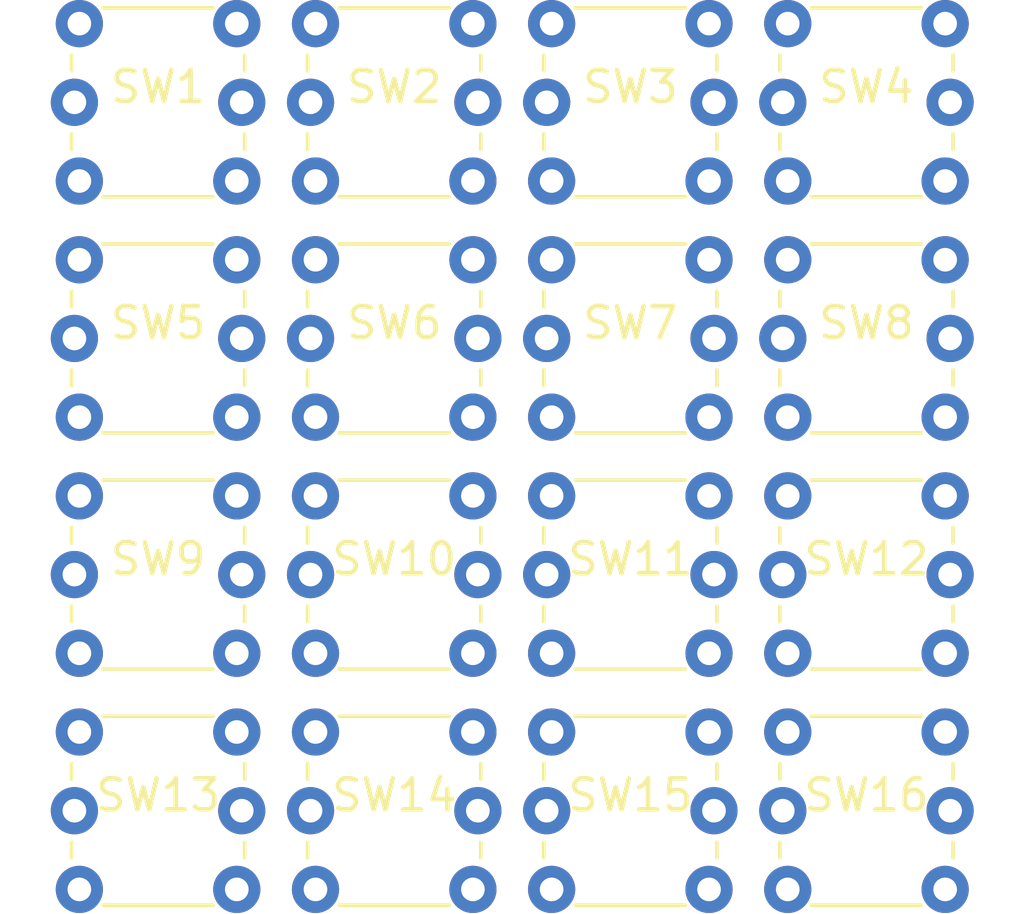
<source format=kicad_pcb>
(kicad_pcb (version 20211014) (generator pcbnew)
  (layers (0 "F.Cu" signal) (31 "B.Cu" signal) (34 "B.Paste" user) (35 "F.Paste" user) (36 "B.SilkS" user "B.Silkscreen") (37 "F.SilkS" user "F.Silkscreen") (38 "B.Mask" user) (39 "F.Mask" user) (44 "Edge.Cuts" user))
  (net 0 "")
  (footprint "Pale Slim Ghost:PB01-109TL" (layer "F.Cu") (at 121.92 55.88)
    (fp_text reference "SW7" (at 0 -0.5 unlocked) (layer "F.SilkS"))
    (fp_text value "SW_Push_LED")
    (fp_line (start -2.794 1.016) (end -2.794 1.524) (layer "F.SilkS") (width 0.12))
    (fp_line (start -1.778 -3.048) (end 1.778 -3.048) (layer "F.SilkS") (width 0.12))
    (fp_line (start 2.794 1.016) (end 2.794 1.524) (layer "F.SilkS") (width 0.12))
    (fp_line (start -2.794 -1.524) (end -2.794 -1.016) (layer "F.SilkS") (width 0.12))
    (fp_line (start -1.778 3.048) (end 1.778 3.048) (layer "F.SilkS") (width 0.12))
    (fp_line (start 2.794 -1.524) (end 2.794 -1.016) (layer "F.SilkS") (width 0.12))
    (pad "1" thru_hole circle (at 2.54 -2.54) (size 1.524 1.524) (drill 0.762) (layers *.Cu *.Mask))
    (pad "1" thru_hole circle (at -2.54 -2.54) (size 1.524 1.524) (drill 0.762) (layers *.Cu *.Mask))
    (pad "2" thru_hole circle (at 2.54 2.54) (size 1.524 1.524) (drill 0.762) (layers *.Cu *.Mask))
    (pad "2" thru_hole circle (at -2.54 2.54) (size 1.524 1.524) (drill 0.762) (layers *.Cu *.Mask))
    (pad "L1" thru_hole circle (at -2.7 0) (size 1.524 1.524) (drill 0.762) (layers *.Cu *.Mask))
    (pad "L2" thru_hole circle (at 2.7 0) (size 1.524 1.524) (drill 0.762) (layers *.Cu *.Mask))
  )
  (footprint "Pale Slim Ghost:PB01-109TL" (layer "F.Cu") (at 129.54 48.26)
    (fp_text reference "SW4" (at 0 -0.5 unlocked) (layer "F.SilkS"))
    (fp_text value "SW_Push_LED")
    (fp_line (start -1.778 -3.048) (end 1.778 -3.048) (layer "F.SilkS") (width 0.12))
    (fp_line (start -1.778 3.048) (end 1.778 3.048) (layer "F.SilkS") (width 0.12))
    (fp_line (start 2.794 -1.524) (end 2.794 -1.016) (layer "F.SilkS") (width 0.12))
    (fp_line (start -2.794 -1.524) (end -2.794 -1.016) (layer "F.SilkS") (width 0.12))
    (fp_line (start -2.794 1.016) (end -2.794 1.524) (layer "F.SilkS") (width 0.12))
    (fp_line (start 2.794 1.016) (end 2.794 1.524) (layer "F.SilkS") (width 0.12))
    (pad "1" thru_hole circle (at 2.54 -2.54) (size 1.524 1.524) (drill 0.762) (layers *.Cu *.Mask))
    (pad "1" thru_hole circle (at -2.54 -2.54) (size 1.524 1.524) (drill 0.762) (layers *.Cu *.Mask))
    (pad "2" thru_hole circle (at -2.54 2.54) (size 1.524 1.524) (drill 0.762) (layers *.Cu *.Mask))
    (pad "2" thru_hole circle (at 2.54 2.54) (size 1.524 1.524) (drill 0.762) (layers *.Cu *.Mask))
    (pad "L1" thru_hole circle (at -2.7 0) (size 1.524 1.524) (drill 0.762) (layers *.Cu *.Mask))
    (pad "L2" thru_hole circle (at 2.7 0) (size 1.524 1.524) (drill 0.762) (layers *.Cu *.Mask))
  )
  (footprint "Pale Slim Ghost:PB01-109TL" (layer "F.Cu") (at 114.3 48.26)
    (fp_text reference "SW2" (at 0 -0.5 unlocked) (layer "F.SilkS"))
    (fp_text value "SW_Push_LED")
    (fp_line (start 2.794 1.016) (end 2.794 1.524) (layer "F.SilkS") (width 0.12))
    (fp_line (start -1.778 -3.048) (end 1.778 -3.048) (layer "F.SilkS") (width 0.12))
    (fp_line (start -1.778 3.048) (end 1.778 3.048) (layer "F.SilkS") (width 0.12))
    (fp_line (start -2.794 -1.524) (end -2.794 -1.016) (layer "F.SilkS") (width 0.12))
    (fp_line (start -2.794 1.016) (end -2.794 1.524) (layer "F.SilkS") (width 0.12))
    (fp_line (start 2.794 -1.524) (end 2.794 -1.016) (layer "F.SilkS") (width 0.12))
    (pad "1" thru_hole circle (at -2.54 -2.54) (size 1.524 1.524) (drill 0.762) (layers *.Cu *.Mask))
    (pad "1" thru_hole circle (at 2.54 -2.54) (size 1.524 1.524) (drill 0.762) (layers *.Cu *.Mask))
    (pad "2" thru_hole circle (at 2.54 2.54) (size 1.524 1.524) (drill 0.762) (layers *.Cu *.Mask))
    (pad "2" thru_hole circle (at -2.54 2.54) (size 1.524 1.524) (drill 0.762) (layers *.Cu *.Mask))
    (pad "L1" thru_hole circle (at -2.7 0) (size 1.524 1.524) (drill 0.762) (layers *.Cu *.Mask))
    (pad "L2" thru_hole circle (at 2.7 0) (size 1.524 1.524) (drill 0.762) (layers *.Cu *.Mask))
  )
  (footprint "Pale Slim Ghost:PB01-109TL" (layer "F.Cu") (at 129.54 55.88)
    (fp_text reference "SW8" (at 0 -0.5 unlocked) (layer "F.SilkS"))
    (fp_text value "SW_Push_LED")
    (fp_line (start 2.794 -1.524) (end 2.794 -1.016) (layer "F.SilkS") (width 0.12))
    (fp_line (start -1.778 -3.048) (end 1.778 -3.048) (layer "F.SilkS") (width 0.12))
    (fp_line (start 2.794 1.016) (end 2.794 1.524) (layer "F.SilkS") (width 0.12))
    (fp_line (start -1.778 3.048) (end 1.778 3.048) (layer "F.SilkS") (width 0.12))
    (fp_line (start -2.794 -1.524) (end -2.794 -1.016) (layer "F.SilkS") (width 0.12))
    (fp_line (start -2.794 1.016) (end -2.794 1.524) (layer "F.SilkS") (width 0.12))
    (pad "1" thru_hole circle (at -2.54 -2.54) (size 1.524 1.524) (drill 0.762) (layers *.Cu *.Mask))
    (pad "1" thru_hole circle (at 2.54 -2.54) (size 1.524 1.524) (drill 0.762) (layers *.Cu *.Mask))
    (pad "2" thru_hole circle (at 2.54 2.54) (size 1.524 1.524) (drill 0.762) (layers *.Cu *.Mask))
    (pad "2" thru_hole circle (at -2.54 2.54) (size 1.524 1.524) (drill 0.762) (layers *.Cu *.Mask))
    (pad "L1" thru_hole circle (at -2.7 0) (size 1.524 1.524) (drill 0.762) (layers *.Cu *.Mask))
    (pad "L2" thru_hole circle (at 2.7 0) (size 1.524 1.524) (drill 0.762) (layers *.Cu *.Mask))
  )
  (footprint "Pale Slim Ghost:PB01-109TL" (layer "F.Cu") (at 114.3 55.88)
    (fp_text reference "SW6" (at 0 -0.5 unlocked) (layer "F.SilkS"))
    (fp_text value "SW_Push_LED")
    (fp_line (start 2.794 -1.524) (end 2.794 -1.016) (layer "F.SilkS") (width 0.12))
    (fp_line (start -1.778 3.048) (end 1.778 3.048) (layer "F.SilkS") (width 0.12))
    (fp_line (start -1.778 -3.048) (end 1.778 -3.048) (layer "F.SilkS") (width 0.12))
    (fp_line (start 2.794 1.016) (end 2.794 1.524) (layer "F.SilkS") (width 0.12))
    (fp_line (start -2.794 -1.524) (end -2.794 -1.016) (layer "F.SilkS") (width 0.12))
    (fp_line (start -2.794 1.016) (end -2.794 1.524) (layer "F.SilkS") (width 0.12))
    (pad "1" thru_hole circle (at -2.54 -2.54) (size 1.524 1.524) (drill 0.762) (layers *.Cu *.Mask))
    (pad "1" thru_hole circle (at 2.54 -2.54) (size 1.524 1.524) (drill 0.762) (layers *.Cu *.Mask))
    (pad "2" thru_hole circle (at 2.54 2.54) (size 1.524 1.524) (drill 0.762) (layers *.Cu *.Mask))
    (pad "2" thru_hole circle (at -2.54 2.54) (size 1.524 1.524) (drill 0.762) (layers *.Cu *.Mask))
    (pad "L1" thru_hole circle (at -2.7 0) (size 1.524 1.524) (drill 0.762) (layers *.Cu *.Mask))
    (pad "L2" thru_hole circle (at 2.7 0) (size 1.524 1.524) (drill 0.762) (layers *.Cu *.Mask))
  )
  (footprint "Pale Slim Ghost:PB01-109TL" (layer "F.Cu") (at 106.68 71.12)
    (fp_text reference "SW13" (at 0 -0.5 unlocked) (layer "F.SilkS"))
    (fp_text value "SW_Push_LED")
    (fp_line (start 2.794 -1.524) (end 2.794 -1.016) (layer "F.SilkS") (width 0.12))
    (fp_line (start -2.794 1.016) (end -2.794 1.524) (layer "F.SilkS") (width 0.12))
    (fp_line (start 2.794 1.016) (end 2.794 1.524) (layer "F.SilkS") (width 0.12))
    (fp_line (start -2.794 -1.524) (end -2.794 -1.016) (layer "F.SilkS") (width 0.12))
    (fp_line (start -1.778 -3.048) (end 1.778 -3.048) (layer "F.SilkS") (width 0.12))
    (fp_line (start -1.778 3.048) (end 1.778 3.048) (layer "F.SilkS") (width 0.12))
    (pad "1" thru_hole circle (at 2.54 -2.54) (size 1.524 1.524) (drill 0.762) (layers *.Cu *.Mask))
    (pad "1" thru_hole circle (at -2.54 -2.54) (size 1.524 1.524) (drill 0.762) (layers *.Cu *.Mask))
    (pad "2" thru_hole circle (at 2.54 2.54) (size 1.524 1.524) (drill 0.762) (layers *.Cu *.Mask))
    (pad "2" thru_hole circle (at -2.54 2.54) (size 1.524 1.524) (drill 0.762) (layers *.Cu *.Mask))
    (pad "L1" thru_hole circle (at -2.7 0) (size 1.524 1.524) (drill 0.762) (layers *.Cu *.Mask))
    (pad "L2" thru_hole circle (at 2.7 0) (size 1.524 1.524) (drill 0.762) (layers *.Cu *.Mask))
  )
  (footprint "Pale Slim Ghost:PB01-109TL" (layer "F.Cu") (at 106.68 55.88)
    (fp_text reference "SW5" (at 0 -0.5 unlocked) (layer "F.SilkS"))
    (fp_text value "SW_Push_LED")
    (fp_line (start -2.794 1.016) (end -2.794 1.524) (layer "F.SilkS") (width 0.12))
    (fp_line (start 2.794 1.016) (end 2.794 1.524) (layer "F.SilkS") (width 0.12))
    (fp_line (start -2.794 -1.524) (end -2.794 -1.016) (layer "F.SilkS") (width 0.12))
    (fp_line (start -1.778 -3.048) (end 1.778 -3.048) (layer "F.SilkS") (width 0.12))
    (fp_line (start -1.778 3.048) (end 1.778 3.048) (layer "F.SilkS") (width 0.12))
    (fp_line (start 2.794 -1.524) (end 2.794 -1.016) (layer "F.SilkS") (width 0.12))
    (pad "1" thru_hole circle (at -2.54 -2.54) (size 1.524 1.524) (drill 0.762) (layers *.Cu *.Mask))
    (pad "1" thru_hole circle (at 2.54 -2.54) (size 1.524 1.524) (drill 0.762) (layers *.Cu *.Mask))
    (pad "2" thru_hole circle (at 2.54 2.54) (size 1.524 1.524) (drill 0.762) (layers *.Cu *.Mask))
    (pad "2" thru_hole circle (at -2.54 2.54) (size 1.524 1.524) (drill 0.762) (layers *.Cu *.Mask))
    (pad "L1" thru_hole circle (at -2.7 0) (size 1.524 1.524) (drill 0.762) (layers *.Cu *.Mask))
    (pad "L2" thru_hole circle (at 2.7 0) (size 1.524 1.524) (drill 0.762) (layers *.Cu *.Mask))
  )
  (footprint "Pale Slim Ghost:PB01-109TL" (layer "F.Cu") (at 129.54 71.12)
    (fp_text reference "SW16" (at 0 -0.5 unlocked) (layer "F.SilkS"))
    (fp_text value "SW_Push_LED")
    (fp_line (start -2.794 1.016) (end -2.794 1.524) (layer "F.SilkS") (width 0.12))
    (fp_line (start 2.794 1.016) (end 2.794 1.524) (layer "F.SilkS") (width 0.12))
    (fp_line (start 2.794 -1.524) (end 2.794 -1.016) (layer "F.SilkS") (width 0.12))
    (fp_line (start -1.778 -3.048) (end 1.778 -3.048) (layer "F.SilkS") (width 0.12))
    (fp_line (start -1.778 3.048) (end 1.778 3.048) (layer "F.SilkS") (width 0.12))
    (fp_line (start -2.794 -1.524) (end -2.794 -1.016) (layer "F.SilkS") (width 0.12))
    (pad "1" thru_hole circle (at -2.54 -2.54) (size 1.524 1.524) (drill 0.762) (layers *.Cu *.Mask))
    (pad "1" thru_hole circle (at 2.54 -2.54) (size 1.524 1.524) (drill 0.762) (layers *.Cu *.Mask))
    (pad "2" thru_hole circle (at 2.54 2.54) (size 1.524 1.524) (drill 0.762) (layers *.Cu *.Mask))
    (pad "2" thru_hole circle (at -2.54 2.54) (size 1.524 1.524) (drill 0.762) (layers *.Cu *.Mask))
    (pad "L1" thru_hole circle (at -2.7 0) (size 1.524 1.524) (drill 0.762) (layers *.Cu *.Mask))
    (pad "L2" thru_hole circle (at 2.7 0) (size 1.524 1.524) (drill 0.762) (layers *.Cu *.Mask))
  )
  (footprint "Pale Slim Ghost:PB01-109TL" (layer "F.Cu") (at 114.3 71.12)
    (fp_text reference "SW14" (at 0 -0.5 unlocked) (layer "F.SilkS"))
    (fp_text value "SW_Push_LED")
    (fp_line (start 2.794 -1.524) (end 2.794 -1.016) (layer "F.SilkS") (width 0.12))
    (fp_line (start -2.794 -1.524) (end -2.794 -1.016) (layer "F.SilkS") (width 0.12))
    (fp_line (start -1.778 -3.048) (end 1.778 -3.048) (layer "F.SilkS") (width 0.12))
    (fp_line (start -1.778 3.048) (end 1.778 3.048) (layer "F.SilkS") (width 0.12))
    (fp_line (start 2.794 1.016) (end 2.794 1.524) (layer "F.SilkS") (width 0.12))
    (fp_line (start -2.794 1.016) (end -2.794 1.524) (layer "F.SilkS") (width 0.12))
    (pad "1" thru_hole circle (at 2.54 -2.54) (size 1.524 1.524) (drill 0.762) (layers *.Cu *.Mask))
    (pad "1" thru_hole circle (at -2.54 -2.54) (size 1.524 1.524) (drill 0.762) (layers *.Cu *.Mask))
    (pad "2" thru_hole circle (at 2.54 2.54) (size 1.524 1.524) (drill 0.762) (layers *.Cu *.Mask))
    (pad "2" thru_hole circle (at -2.54 2.54) (size 1.524 1.524) (drill 0.762) (layers *.Cu *.Mask))
    (pad "L1" thru_hole circle (at -2.7 0) (size 1.524 1.524) (drill 0.762) (layers *.Cu *.Mask))
    (pad "L2" thru_hole circle (at 2.7 0) (size 1.524 1.524) (drill 0.762) (layers *.Cu *.Mask))
  )
  (footprint "Pale Slim Ghost:PB01-109TL" (layer "F.Cu") (at 106.68 63.5)
    (fp_text reference "SW9" (at 0 -0.5 unlocked) (layer "F.SilkS"))
    (fp_text value "SW_Push_LED")
    (fp_line (start -1.778 -3.048) (end 1.778 -3.048) (layer "F.SilkS") (width 0.12))
    (fp_line (start 2.794 1.016) (end 2.794 1.524) (layer "F.SilkS") (width 0.12))
    (fp_line (start -2.794 1.016) (end -2.794 1.524) (layer "F.SilkS") (width 0.12))
    (fp_line (start -1.778 3.048) (end 1.778 3.048) (layer "F.SilkS") (width 0.12))
    (fp_line (start -2.794 -1.524) (end -2.794 -1.016) (layer "F.SilkS") (width 0.12))
    (fp_line (start 2.794 -1.524) (end 2.794 -1.016) (layer "F.SilkS") (width 0.12))
    (pad "1" thru_hole circle (at -2.54 -2.54) (size 1.524 1.524) (drill 0.762) (layers *.Cu *.Mask))
    (pad "1" thru_hole circle (at 2.54 -2.54) (size 1.524 1.524) (drill 0.762) (layers *.Cu *.Mask))
    (pad "2" thru_hole circle (at 2.54 2.54) (size 1.524 1.524) (drill 0.762) (layers *.Cu *.Mask))
    (pad "2" thru_hole circle (at -2.54 2.54) (size 1.524 1.524) (drill 0.762) (layers *.Cu *.Mask))
    (pad "L1" thru_hole circle (at -2.7 0) (size 1.524 1.524) (drill 0.762) (layers *.Cu *.Mask))
    (pad "L2" thru_hole circle (at 2.7 0) (size 1.524 1.524) (drill 0.762) (layers *.Cu *.Mask))
  )
  (footprint "Pale Slim Ghost:PB01-109TL" (layer "F.Cu") (at 114.3 63.5)
    (fp_text reference "SW10" (at 0 -0.5 unlocked) (layer "F.SilkS"))
    (fp_text value "SW_Push_LED")
    (fp_line (start 2.794 -1.524) (end 2.794 -1.016) (layer "F.SilkS") (width 0.12))
    (fp_line (start -2.794 1.016) (end -2.794 1.524) (layer "F.SilkS") (width 0.12))
    (fp_line (start -2.794 -1.524) (end -2.794 -1.016) (layer "F.SilkS") (width 0.12))
    (fp_line (start 2.794 1.016) (end 2.794 1.524) (layer "F.SilkS") (width 0.12))
    (fp_line (start -1.778 -3.048) (end 1.778 -3.048) (layer "F.SilkS") (width 0.12))
    (fp_line (start -1.778 3.048) (end 1.778 3.048) (layer "F.SilkS") (width 0.12))
    (pad "1" thru_hole circle (at 2.54 -2.54) (size 1.524 1.524) (drill 0.762) (layers *.Cu *.Mask))
    (pad "1" thru_hole circle (at -2.54 -2.54) (size 1.524 1.524) (drill 0.762) (layers *.Cu *.Mask))
    (pad "2" thru_hole circle (at 2.54 2.54) (size 1.524 1.524) (drill 0.762) (layers *.Cu *.Mask))
    (pad "2" thru_hole circle (at -2.54 2.54) (size 1.524 1.524) (drill 0.762) (layers *.Cu *.Mask))
    (pad "L1" thru_hole circle (at -2.7 0) (size 1.524 1.524) (drill 0.762) (layers *.Cu *.Mask))
    (pad "L2" thru_hole circle (at 2.7 0) (size 1.524 1.524) (drill 0.762) (layers *.Cu *.Mask))
  )
  (footprint "Pale Slim Ghost:PB01-109TL" (layer "F.Cu") (at 121.92 71.12)
    (fp_text reference "SW15" (at 0 -0.5 unlocked) (layer "F.SilkS"))
    (fp_text value "SW_Push_LED")
    (fp_line (start 2.794 1.016) (end 2.794 1.524) (layer "F.SilkS") (width 0.12))
    (fp_line (start -2.794 -1.524) (end -2.794 -1.016) (layer "F.SilkS") (width 0.12))
    (fp_line (start 2.794 -1.524) (end 2.794 -1.016) (layer "F.SilkS") (width 0.12))
    (fp_line (start -1.778 3.048) (end 1.778 3.048) (layer "F.SilkS") (width 0.12))
    (fp_line (start -1.778 -3.048) (end 1.778 -3.048) (layer "F.SilkS") (width 0.12))
    (fp_line (start -2.794 1.016) (end -2.794 1.524) (layer "F.SilkS") (width 0.12))
    (pad "1" thru_hole circle (at 2.54 -2.54) (size 1.524 1.524) (drill 0.762) (layers *.Cu *.Mask))
    (pad "1" thru_hole circle (at -2.54 -2.54) (size 1.524 1.524) (drill 0.762) (layers *.Cu *.Mask))
    (pad "2" thru_hole circle (at 2.54 2.54) (size 1.524 1.524) (drill 0.762) (layers *.Cu *.Mask))
    (pad "2" thru_hole circle (at -2.54 2.54) (size 1.524 1.524) (drill 0.762) (layers *.Cu *.Mask))
    (pad "L1" thru_hole circle (at -2.7 0) (size 1.524 1.524) (drill 0.762) (layers *.Cu *.Mask))
    (pad "L2" thru_hole circle (at 2.7 0) (size 1.524 1.524) (drill 0.762) (layers *.Cu *.Mask))
  )
  (footprint "Pale Slim Ghost:PB01-109TL" (layer "F.Cu") (at 129.54 63.5)
    (fp_text reference "SW12" (at 0 -0.5 unlocked) (layer "F.SilkS"))
    (fp_text value "SW_Push_LED")
    (fp_line (start -2.794 1.016) (end -2.794 1.524) (layer "F.SilkS") (width 0.12))
    (fp_line (start -1.778 3.048) (end 1.778 3.048) (layer "F.SilkS") (width 0.12))
    (fp_line (start 2.794 -1.524) (end 2.794 -1.016) (layer "F.SilkS") (width 0.12))
    (fp_line (start 2.794 1.016) (end 2.794 1.524) (layer "F.SilkS") (width 0.12))
    (fp_line (start -1.778 -3.048) (end 1.778 -3.048) (layer "F.SilkS") (width 0.12))
    (fp_line (start -2.794 -1.524) (end -2.794 -1.016) (layer "F.SilkS") (width 0.12))
    (pad "1" thru_hole circle (at 2.54 -2.54) (size 1.524 1.524) (drill 0.762) (layers *.Cu *.Mask))
    (pad "1" thru_hole circle (at -2.54 -2.54) (size 1.524 1.524) (drill 0.762) (layers *.Cu *.Mask))
    (pad "2" thru_hole circle (at -2.54 2.54) (size 1.524 1.524) (drill 0.762) (layers *.Cu *.Mask))
    (pad "2" thru_hole circle (at 2.54 2.54) (size 1.524 1.524) (drill 0.762) (layers *.Cu *.Mask))
    (pad "L1" thru_hole circle (at -2.7 0) (size 1.524 1.524) (drill 0.762) (layers *.Cu *.Mask))
    (pad "L2" thru_hole circle (at 2.7 0) (size 1.524 1.524) (drill 0.762) (layers *.Cu *.Mask))
  )
  (footprint "Pale Slim Ghost:PB01-109TL" (layer "F.Cu") (at 121.92 48.26)
    (fp_text reference "SW3" (at 0 -0.5 unlocked) (layer "F.SilkS"))
    (fp_text value "SW_Push_LED")
    (fp_line (start -1.778 3.048) (end 1.778 3.048) (layer "F.SilkS") (width 0.12))
    (fp_line (start 2.794 1.016) (end 2.794 1.524) (layer "F.SilkS") (width 0.12))
    (fp_line (start 2.794 -1.524) (end 2.794 -1.016) (layer "F.SilkS") (width 0.12))
    (fp_line (start -2.794 -1.524) (end -2.794 -1.016) (layer "F.SilkS") (width 0.12))
    (fp_line (start -1.778 -3.048) (end 1.778 -3.048) (layer "F.SilkS") (width 0.12))
    (fp_line (start -2.794 1.016) (end -2.794 1.524) (layer "F.SilkS") (width 0.12))
    (pad "1" thru_hole circle (at -2.54 -2.54) (size 1.524 1.524) (drill 0.762) (layers *.Cu *.Mask))
    (pad "1" thru_hole circle (at 2.54 -2.54) (size 1.524 1.524) (drill 0.762) (layers *.Cu *.Mask))
    (pad "2" thru_hole circle (at -2.54 2.54) (size 1.524 1.524) (drill 0.762) (layers *.Cu *.Mask))
    (pad "2" thru_hole circle (at 2.54 2.54) (size 1.524 1.524) (drill 0.762) (layers *.Cu *.Mask))
    (pad "L1" thru_hole circle (at -2.7 0) (size 1.524 1.524) (drill 0.762) (layers *.Cu *.Mask))
    (pad "L2" thru_hole circle (at 2.7 0) (size 1.524 1.524) (drill 0.762) (layers *.Cu *.Mask))
  )
  (footprint "Pale Slim Ghost:PB01-109TL" (layer "F.Cu") (at 121.92 63.5)
    (fp_text reference "SW11" (at 0 -0.5 unlocked) (layer "F.SilkS"))
    (fp_text value "SW_Push_LED")
    (fp_line (start -2.794 -1.524) (end -2.794 -1.016) (layer "F.SilkS") (width 0.12))
    (fp_line (start 2.794 -1.524) (end 2.794 -1.016) (layer "F.SilkS") (width 0.12))
    (fp_line (start -1.778 3.048) (end 1.778 3.048) (layer "F.SilkS") (width 0.12))
    (fp_line (start -1.778 -3.048) (end 1.778 -3.048) (layer "F.SilkS") (width 0.12))
    (fp_line (start 2.794 1.016) (end 2.794 1.524) (layer "F.SilkS") (width 0.12))
    (fp_line (start -2.794 1.016) (end -2.794 1.524) (layer "F.SilkS") (width 0.12))
    (pad "1" thru_hole circle (at -2.54 -2.54) (size 1.524 1.524) (drill 0.762) (layers *.Cu *.Mask))
    (pad "1" thru_hole circle (at 2.54 -2.54) (size 1.524 1.524) (drill 0.762) (layers *.Cu *.Mask))
    (pad "2" thru_hole circle (at 2.54 2.54) (size 1.524 1.524) (drill 0.762) (layers *.Cu *.Mask))
    (pad "2" thru_hole circle (at -2.54 2.54) (size 1.524 1.524) (drill 0.762) (layers *.Cu *.Mask))
    (pad "L1" thru_hole circle (at -2.7 0) (size 1.524 1.524) (drill 0.762) (layers *.Cu *.Mask))
    (pad "L2" thru_hole circle (at 2.7 0) (size 1.524 1.524) (drill 0.762) (layers *.Cu *.Mask))
  )
  (footprint "Pale Slim Ghost:PB01-109TL" (layer "F.Cu") (at 106.68 48.26)
    (fp_text reference "SW1" (at 0 -0.5 unlocked) (layer "F.SilkS"))
    (fp_text value "SW_Push_LED")
    (fp_line (start -1.778 -3.048) (end 1.778 -3.048) (layer "F.SilkS") (width 0.12))
    (fp_line (start 2.794 -1.524) (end 2.794 -1.016) (layer "F.SilkS") (width 0.12))
    (fp_line (start -2.794 -1.524) (end -2.794 -1.016) (layer "F.SilkS") (width 0.12))
    (fp_line (start -1.778 3.048) (end 1.778 3.048) (layer "F.SilkS") (width 0.12))
    (fp_line (start 2.794 1.016) (end 2.794 1.524) (layer "F.SilkS") (width 0.12))
    (fp_line (start -2.794 1.016) (end -2.794 1.524) (layer "F.SilkS") (width 0.12))
    (pad "1" thru_hole circle (at 2.54 -2.54) (size 1.524 1.524) (drill 0.762) (layers *.Cu *.Mask))
    (pad "1" thru_hole circle (at -2.54 -2.54) (size 1.524 1.524) (drill 0.762) (layers *.Cu *.Mask))
    (pad "2" thru_hole circle (at -2.54 2.54) (size 1.524 1.524) (drill 0.762) (layers *.Cu *.Mask))
    (pad "2" thru_hole circle (at 2.54 2.54) (size 1.524 1.524) (drill 0.762) (layers *.Cu *.Mask))
    (pad "L1" thru_hole circle (at -2.7 0) (size 1.524 1.524) (drill 0.762) (layers *.Cu *.Mask))
    (pad "L2" thru_hole circle (at 2.7 0) (size 1.524 1.524) (drill 0.762) (layers *.Cu *.Mask))
  )
)
</source>
